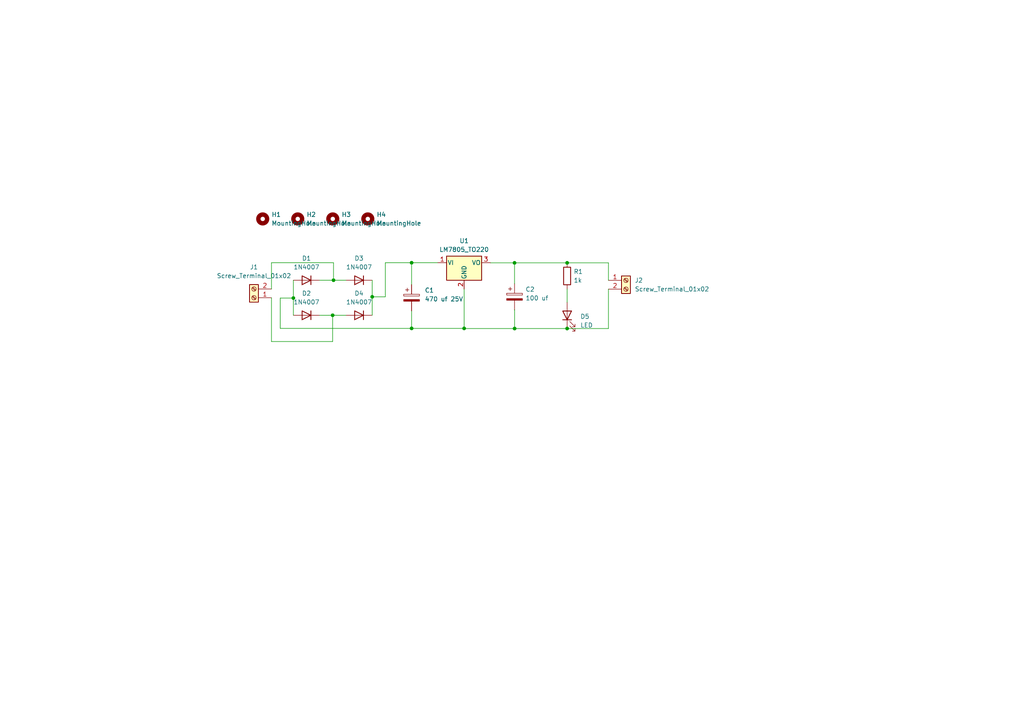
<source format=kicad_sch>
(kicad_sch (version 20230121) (generator eeschema)

  (uuid 68078684-f455-4555-87ae-ee6e10c3b607)

  (paper "A4")

  (lib_symbols
    (symbol "Connector:Screw_Terminal_01x02" (pin_names (offset 1.016) hide) (in_bom yes) (on_board yes)
      (property "Reference" "J" (at 0 2.54 0)
        (effects (font (size 1.27 1.27)))
      )
      (property "Value" "Screw_Terminal_01x02" (at 0 -5.08 0)
        (effects (font (size 1.27 1.27)))
      )
      (property "Footprint" "" (at 0 0 0)
        (effects (font (size 1.27 1.27)) hide)
      )
      (property "Datasheet" "~" (at 0 0 0)
        (effects (font (size 1.27 1.27)) hide)
      )
      (property "ki_keywords" "screw terminal" (at 0 0 0)
        (effects (font (size 1.27 1.27)) hide)
      )
      (property "ki_description" "Generic screw terminal, single row, 01x02, script generated (kicad-library-utils/schlib/autogen/connector/)" (at 0 0 0)
        (effects (font (size 1.27 1.27)) hide)
      )
      (property "ki_fp_filters" "TerminalBlock*:*" (at 0 0 0)
        (effects (font (size 1.27 1.27)) hide)
      )
      (symbol "Screw_Terminal_01x02_1_1"
        (rectangle (start -1.27 1.27) (end 1.27 -3.81)
          (stroke (width 0.254) (type default))
          (fill (type background))
        )
        (circle (center 0 -2.54) (radius 0.635)
          (stroke (width 0.1524) (type default))
          (fill (type none))
        )
        (polyline
          (pts
            (xy -0.5334 -2.2098)
            (xy 0.3302 -3.048)
          )
          (stroke (width 0.1524) (type default))
          (fill (type none))
        )
        (polyline
          (pts
            (xy -0.5334 0.3302)
            (xy 0.3302 -0.508)
          )
          (stroke (width 0.1524) (type default))
          (fill (type none))
        )
        (polyline
          (pts
            (xy -0.3556 -2.032)
            (xy 0.508 -2.8702)
          )
          (stroke (width 0.1524) (type default))
          (fill (type none))
        )
        (polyline
          (pts
            (xy -0.3556 0.508)
            (xy 0.508 -0.3302)
          )
          (stroke (width 0.1524) (type default))
          (fill (type none))
        )
        (circle (center 0 0) (radius 0.635)
          (stroke (width 0.1524) (type default))
          (fill (type none))
        )
        (pin passive line (at -5.08 0 0) (length 3.81)
          (name "Pin_1" (effects (font (size 1.27 1.27))))
          (number "1" (effects (font (size 1.27 1.27))))
        )
        (pin passive line (at -5.08 -2.54 0) (length 3.81)
          (name "Pin_2" (effects (font (size 1.27 1.27))))
          (number "2" (effects (font (size 1.27 1.27))))
        )
      )
    )
    (symbol "Device:C_Polarized" (pin_numbers hide) (pin_names (offset 0.254)) (in_bom yes) (on_board yes)
      (property "Reference" "C" (at 0.635 2.54 0)
        (effects (font (size 1.27 1.27)) (justify left))
      )
      (property "Value" "C_Polarized" (at 0.635 -2.54 0)
        (effects (font (size 1.27 1.27)) (justify left))
      )
      (property "Footprint" "" (at 0.9652 -3.81 0)
        (effects (font (size 1.27 1.27)) hide)
      )
      (property "Datasheet" "~" (at 0 0 0)
        (effects (font (size 1.27 1.27)) hide)
      )
      (property "ki_keywords" "cap capacitor" (at 0 0 0)
        (effects (font (size 1.27 1.27)) hide)
      )
      (property "ki_description" "Polarized capacitor" (at 0 0 0)
        (effects (font (size 1.27 1.27)) hide)
      )
      (property "ki_fp_filters" "CP_*" (at 0 0 0)
        (effects (font (size 1.27 1.27)) hide)
      )
      (symbol "C_Polarized_0_1"
        (rectangle (start -2.286 0.508) (end 2.286 1.016)
          (stroke (width 0) (type default))
          (fill (type none))
        )
        (polyline
          (pts
            (xy -1.778 2.286)
            (xy -0.762 2.286)
          )
          (stroke (width 0) (type default))
          (fill (type none))
        )
        (polyline
          (pts
            (xy -1.27 2.794)
            (xy -1.27 1.778)
          )
          (stroke (width 0) (type default))
          (fill (type none))
        )
        (rectangle (start 2.286 -0.508) (end -2.286 -1.016)
          (stroke (width 0) (type default))
          (fill (type outline))
        )
      )
      (symbol "C_Polarized_1_1"
        (pin passive line (at 0 3.81 270) (length 2.794)
          (name "~" (effects (font (size 1.27 1.27))))
          (number "1" (effects (font (size 1.27 1.27))))
        )
        (pin passive line (at 0 -3.81 90) (length 2.794)
          (name "~" (effects (font (size 1.27 1.27))))
          (number "2" (effects (font (size 1.27 1.27))))
        )
      )
    )
    (symbol "Device:LED" (pin_numbers hide) (pin_names (offset 1.016) hide) (in_bom yes) (on_board yes)
      (property "Reference" "D" (at 0 2.54 0)
        (effects (font (size 1.27 1.27)))
      )
      (property "Value" "LED" (at 0 -2.54 0)
        (effects (font (size 1.27 1.27)))
      )
      (property "Footprint" "" (at 0 0 0)
        (effects (font (size 1.27 1.27)) hide)
      )
      (property "Datasheet" "~" (at 0 0 0)
        (effects (font (size 1.27 1.27)) hide)
      )
      (property "ki_keywords" "LED diode" (at 0 0 0)
        (effects (font (size 1.27 1.27)) hide)
      )
      (property "ki_description" "Light emitting diode" (at 0 0 0)
        (effects (font (size 1.27 1.27)) hide)
      )
      (property "ki_fp_filters" "LED* LED_SMD:* LED_THT:*" (at 0 0 0)
        (effects (font (size 1.27 1.27)) hide)
      )
      (symbol "LED_0_1"
        (polyline
          (pts
            (xy -1.27 -1.27)
            (xy -1.27 1.27)
          )
          (stroke (width 0.254) (type default))
          (fill (type none))
        )
        (polyline
          (pts
            (xy -1.27 0)
            (xy 1.27 0)
          )
          (stroke (width 0) (type default))
          (fill (type none))
        )
        (polyline
          (pts
            (xy 1.27 -1.27)
            (xy 1.27 1.27)
            (xy -1.27 0)
            (xy 1.27 -1.27)
          )
          (stroke (width 0.254) (type default))
          (fill (type none))
        )
        (polyline
          (pts
            (xy -3.048 -0.762)
            (xy -4.572 -2.286)
            (xy -3.81 -2.286)
            (xy -4.572 -2.286)
            (xy -4.572 -1.524)
          )
          (stroke (width 0) (type default))
          (fill (type none))
        )
        (polyline
          (pts
            (xy -1.778 -0.762)
            (xy -3.302 -2.286)
            (xy -2.54 -2.286)
            (xy -3.302 -2.286)
            (xy -3.302 -1.524)
          )
          (stroke (width 0) (type default))
          (fill (type none))
        )
      )
      (symbol "LED_1_1"
        (pin passive line (at -3.81 0 0) (length 2.54)
          (name "K" (effects (font (size 1.27 1.27))))
          (number "1" (effects (font (size 1.27 1.27))))
        )
        (pin passive line (at 3.81 0 180) (length 2.54)
          (name "A" (effects (font (size 1.27 1.27))))
          (number "2" (effects (font (size 1.27 1.27))))
        )
      )
    )
    (symbol "Device:R" (pin_numbers hide) (pin_names (offset 0)) (in_bom yes) (on_board yes)
      (property "Reference" "R" (at 2.032 0 90)
        (effects (font (size 1.27 1.27)))
      )
      (property "Value" "R" (at 0 0 90)
        (effects (font (size 1.27 1.27)))
      )
      (property "Footprint" "" (at -1.778 0 90)
        (effects (font (size 1.27 1.27)) hide)
      )
      (property "Datasheet" "~" (at 0 0 0)
        (effects (font (size 1.27 1.27)) hide)
      )
      (property "ki_keywords" "R res resistor" (at 0 0 0)
        (effects (font (size 1.27 1.27)) hide)
      )
      (property "ki_description" "Resistor" (at 0 0 0)
        (effects (font (size 1.27 1.27)) hide)
      )
      (property "ki_fp_filters" "R_*" (at 0 0 0)
        (effects (font (size 1.27 1.27)) hide)
      )
      (symbol "R_0_1"
        (rectangle (start -1.016 -2.54) (end 1.016 2.54)
          (stroke (width 0.254) (type default))
          (fill (type none))
        )
      )
      (symbol "R_1_1"
        (pin passive line (at 0 3.81 270) (length 1.27)
          (name "~" (effects (font (size 1.27 1.27))))
          (number "1" (effects (font (size 1.27 1.27))))
        )
        (pin passive line (at 0 -3.81 90) (length 1.27)
          (name "~" (effects (font (size 1.27 1.27))))
          (number "2" (effects (font (size 1.27 1.27))))
        )
      )
    )
    (symbol "Diode:1N4007" (pin_numbers hide) (pin_names hide) (in_bom yes) (on_board yes)
      (property "Reference" "D" (at 0 2.54 0)
        (effects (font (size 1.27 1.27)))
      )
      (property "Value" "1N4007" (at 0 -2.54 0)
        (effects (font (size 1.27 1.27)))
      )
      (property "Footprint" "Diode_THT:D_DO-41_SOD81_P10.16mm_Horizontal" (at 0 -4.445 0)
        (effects (font (size 1.27 1.27)) hide)
      )
      (property "Datasheet" "http://www.vishay.com/docs/88503/1n4001.pdf" (at 0 0 0)
        (effects (font (size 1.27 1.27)) hide)
      )
      (property "Sim.Device" "D" (at 0 0 0)
        (effects (font (size 1.27 1.27)) hide)
      )
      (property "Sim.Pins" "1=K 2=A" (at 0 0 0)
        (effects (font (size 1.27 1.27)) hide)
      )
      (property "ki_keywords" "diode" (at 0 0 0)
        (effects (font (size 1.27 1.27)) hide)
      )
      (property "ki_description" "1000V 1A General Purpose Rectifier Diode, DO-41" (at 0 0 0)
        (effects (font (size 1.27 1.27)) hide)
      )
      (property "ki_fp_filters" "D*DO?41*" (at 0 0 0)
        (effects (font (size 1.27 1.27)) hide)
      )
      (symbol "1N4007_0_1"
        (polyline
          (pts
            (xy -1.27 1.27)
            (xy -1.27 -1.27)
          )
          (stroke (width 0.254) (type default))
          (fill (type none))
        )
        (polyline
          (pts
            (xy 1.27 0)
            (xy -1.27 0)
          )
          (stroke (width 0) (type default))
          (fill (type none))
        )
        (polyline
          (pts
            (xy 1.27 1.27)
            (xy 1.27 -1.27)
            (xy -1.27 0)
            (xy 1.27 1.27)
          )
          (stroke (width 0.254) (type default))
          (fill (type none))
        )
      )
      (symbol "1N4007_1_1"
        (pin passive line (at -3.81 0 0) (length 2.54)
          (name "K" (effects (font (size 1.27 1.27))))
          (number "1" (effects (font (size 1.27 1.27))))
        )
        (pin passive line (at 3.81 0 180) (length 2.54)
          (name "A" (effects (font (size 1.27 1.27))))
          (number "2" (effects (font (size 1.27 1.27))))
        )
      )
    )
    (symbol "Mechanical:MountingHole" (pin_names (offset 1.016)) (in_bom yes) (on_board yes)
      (property "Reference" "H" (at 0 5.08 0)
        (effects (font (size 1.27 1.27)))
      )
      (property "Value" "MountingHole" (at 0 3.175 0)
        (effects (font (size 1.27 1.27)))
      )
      (property "Footprint" "" (at 0 0 0)
        (effects (font (size 1.27 1.27)) hide)
      )
      (property "Datasheet" "~" (at 0 0 0)
        (effects (font (size 1.27 1.27)) hide)
      )
      (property "ki_keywords" "mounting hole" (at 0 0 0)
        (effects (font (size 1.27 1.27)) hide)
      )
      (property "ki_description" "Mounting Hole without connection" (at 0 0 0)
        (effects (font (size 1.27 1.27)) hide)
      )
      (property "ki_fp_filters" "MountingHole*" (at 0 0 0)
        (effects (font (size 1.27 1.27)) hide)
      )
      (symbol "MountingHole_0_1"
        (circle (center 0 0) (radius 1.27)
          (stroke (width 1.27) (type default))
          (fill (type none))
        )
      )
    )
    (symbol "Regulator_Linear:LM7805_TO220" (pin_names (offset 0.254)) (in_bom yes) (on_board yes)
      (property "Reference" "U" (at -3.81 3.175 0)
        (effects (font (size 1.27 1.27)))
      )
      (property "Value" "LM7805_TO220" (at 0 3.175 0)
        (effects (font (size 1.27 1.27)) (justify left))
      )
      (property "Footprint" "Package_TO_SOT_THT:TO-220-3_Vertical" (at 0 5.715 0)
        (effects (font (size 1.27 1.27) italic) hide)
      )
      (property "Datasheet" "https://www.onsemi.cn/PowerSolutions/document/MC7800-D.PDF" (at 0 -1.27 0)
        (effects (font (size 1.27 1.27)) hide)
      )
      (property "ki_keywords" "Voltage Regulator 1A Positive" (at 0 0 0)
        (effects (font (size 1.27 1.27)) hide)
      )
      (property "ki_description" "Positive 1A 35V Linear Regulator, Fixed Output 5V, TO-220" (at 0 0 0)
        (effects (font (size 1.27 1.27)) hide)
      )
      (property "ki_fp_filters" "TO?220*" (at 0 0 0)
        (effects (font (size 1.27 1.27)) hide)
      )
      (symbol "LM7805_TO220_0_1"
        (rectangle (start -5.08 1.905) (end 5.08 -5.08)
          (stroke (width 0.254) (type default))
          (fill (type background))
        )
      )
      (symbol "LM7805_TO220_1_1"
        (pin power_in line (at -7.62 0 0) (length 2.54)
          (name "VI" (effects (font (size 1.27 1.27))))
          (number "1" (effects (font (size 1.27 1.27))))
        )
        (pin power_in line (at 0 -7.62 90) (length 2.54)
          (name "GND" (effects (font (size 1.27 1.27))))
          (number "2" (effects (font (size 1.27 1.27))))
        )
        (pin power_out line (at 7.62 0 180) (length 2.54)
          (name "VO" (effects (font (size 1.27 1.27))))
          (number "3" (effects (font (size 1.27 1.27))))
        )
      )
    )
  )

  (junction (at 149.2513 95.2871) (diameter 0) (color 0 0 0 0)
    (uuid 16667eac-fe3b-4892-b9f9-26a653dbc262)
  )
  (junction (at 85.09 86.453) (diameter 0) (color 0 0 0 0)
    (uuid 259eb8ba-04b0-4267-84ca-770f89fbcb09)
  )
  (junction (at 107.95 86.0901) (diameter 0) (color 0 0 0 0)
    (uuid 28a7d78e-be20-494f-b75a-d904cab6d9ca)
  )
  (junction (at 134.62 95.25) (diameter 0) (color 0 0 0 0)
    (uuid 2bbc5b45-1571-4dc1-a0ec-9bf11049c11c)
  )
  (junction (at 96.7332 81.28) (diameter 0) (color 0 0 0 0)
    (uuid 54bc37e7-678c-41fa-be97-52428a896584)
  )
  (junction (at 119.38 76.2) (diameter 0) (color 0 0 0 0)
    (uuid 68cd141c-0743-466e-8629-8916ba7d6986)
  )
  (junction (at 149.2365 76.2371) (diameter 0) (color 0 0 0 0)
    (uuid 8a90c699-3063-4c5a-a2e2-b1f962e45b61)
  )
  (junction (at 164.4913 76.2371) (diameter 0) (color 0 0 0 0)
    (uuid 97c6a754-0d54-4bb5-91e1-65c8a861da95)
  )
  (junction (at 164.4913 95.2871) (diameter 0) (color 0 0 0 0)
    (uuid aded83bb-1d78-407a-bae7-a91c95114376)
  )
  (junction (at 96.479 91.44) (diameter 0) (color 0 0 0 0)
    (uuid d0c4e385-4a01-4a1c-aef0-dfa9c0cfb9a4)
  )
  (junction (at 119.38 95.25) (diameter 0) (color 0 0 0 0)
    (uuid d258af17-f352-4cf5-9cb5-7d59d94304ee)
  )

  (wire (pts (xy 92.71 91.44) (xy 96.479 91.44))
    (stroke (width 0) (type default))
    (uuid 00d5bf29-3234-47a2-99d3-82a3c48b2a1e)
  )
  (wire (pts (xy 96.479 99.06) (xy 96.479 91.44))
    (stroke (width 0) (type default))
    (uuid 08303a17-2bfe-4634-9a77-3d7da703abb1)
  )
  (wire (pts (xy 81.28 95.25) (xy 119.38 95.25))
    (stroke (width 0) (type default))
    (uuid 2131acef-0b5a-4020-92f2-37d7888de3c1)
  )
  (wire (pts (xy 176.4748 81.3171) (xy 176.4748 76.2371))
    (stroke (width 0) (type default))
    (uuid 291d7f57-2881-4290-95c4-bc40f5c63164)
  )
  (wire (pts (xy 149.2513 95.2871) (xy 164.4913 95.2871))
    (stroke (width 0) (type default))
    (uuid 2b3bdc82-88e9-4e94-908c-fea4e920e42c)
  )
  (wire (pts (xy 78.74 76.2) (xy 96.7332 76.2))
    (stroke (width 0) (type default))
    (uuid 2b797b2d-c750-46ef-9851-aee7f7076973)
  )
  (wire (pts (xy 134.62 83.82) (xy 134.62 95.25))
    (stroke (width 0) (type default))
    (uuid 2ed0333b-844a-4c6d-a24e-2b3bf8f067f7)
  )
  (wire (pts (xy 85.09 81.28) (xy 85.09 86.453))
    (stroke (width 0) (type default))
    (uuid 30e25e27-123b-4f9a-a991-d742a970fa5f)
  )
  (wire (pts (xy 81.28 95.25) (xy 81.28 86.453))
    (stroke (width 0) (type default))
    (uuid 37dc72c2-676a-4f63-887c-efc51ef54cae)
  )
  (wire (pts (xy 78.74 86.36) (xy 78.74 99.06))
    (stroke (width 0) (type default))
    (uuid 3b5c09cc-a6e5-473e-945b-3c90f8957733)
  )
  (wire (pts (xy 142.24 76.2371) (xy 142.24 76.2))
    (stroke (width 0) (type default))
    (uuid 3dfbb020-4483-4d1b-bc6c-cd8164473b8d)
  )
  (wire (pts (xy 119.38 76.2) (xy 119.38 82.55))
    (stroke (width 0) (type default))
    (uuid 4a9205a4-30d2-4831-b098-3098e6a752e8)
  )
  (wire (pts (xy 119.38 76.2) (xy 111.76 76.2))
    (stroke (width 0) (type default))
    (uuid 4ad57f87-5891-4add-ba33-de11cc7f606a)
  )
  (wire (pts (xy 111.76 76.2) (xy 111.76 86.0901))
    (stroke (width 0) (type default))
    (uuid 4d706ea4-8cca-456c-b750-135d3584c9ef)
  )
  (wire (pts (xy 142.24 76.2371) (xy 149.2365 76.2371))
    (stroke (width 0) (type default))
    (uuid 5e9e183f-b37a-4dd6-9cee-2358293487e6)
  )
  (wire (pts (xy 134.62 95.25) (xy 134.62 95.2871))
    (stroke (width 0) (type default))
    (uuid 67d749d2-2cf2-454f-99aa-4dbb94800072)
  )
  (wire (pts (xy 107.95 81.28) (xy 107.95 86.0901))
    (stroke (width 0) (type default))
    (uuid 69cb807e-0549-4c91-abb4-cb00d3f50bc6)
  )
  (wire (pts (xy 164.4913 95.2871) (xy 176.4748 95.2871))
    (stroke (width 0) (type default))
    (uuid 70f54c58-09b8-4e72-b9d8-839f4b02ad49)
  )
  (wire (pts (xy 164.4913 83.8571) (xy 164.4913 87.6671))
    (stroke (width 0) (type default))
    (uuid 74943890-7329-44f0-9f53-07c8dfebb400)
  )
  (wire (pts (xy 119.38 95.25) (xy 119.38 90.17))
    (stroke (width 0) (type default))
    (uuid 7c7001bf-3dfc-4adb-86cf-c2fc9c36400f)
  )
  (wire (pts (xy 96.7332 81.28) (xy 100.33 81.28))
    (stroke (width 0) (type default))
    (uuid 8dc90508-12cd-4bbb-8bb9-f195fcbc39b5)
  )
  (wire (pts (xy 149.2513 95.2871) (xy 149.2513 89.8955))
    (stroke (width 0) (type default))
    (uuid 8e5fe52e-f94e-4349-a386-39a9bb192721)
  )
  (wire (pts (xy 92.71 81.28) (xy 96.7332 81.28))
    (stroke (width 0) (type default))
    (uuid 8fadf2f0-caa3-4faa-b48d-77c7a53eae07)
  )
  (wire (pts (xy 149.2365 76.2371) (xy 164.4913 76.2371))
    (stroke (width 0) (type default))
    (uuid 94dacece-a4e2-4388-bb87-d54a49d1141d)
  )
  (wire (pts (xy 119.38 76.2) (xy 127 76.2))
    (stroke (width 0) (type default))
    (uuid a62d74c7-ac71-4a42-b855-5ed8fbb57b15)
  )
  (wire (pts (xy 176.4748 83.8571) (xy 176.4748 95.2871))
    (stroke (width 0) (type default))
    (uuid aa15d0ec-e344-4ac4-b9ed-e77c20938d59)
  )
  (wire (pts (xy 78.74 83.82) (xy 78.74 76.2))
    (stroke (width 0) (type default))
    (uuid afe90801-bc14-4cf6-bb7d-8c0a0f1b79cf)
  )
  (wire (pts (xy 96.7332 76.2) (xy 96.7332 81.28))
    (stroke (width 0) (type default))
    (uuid c2df5159-bfcb-40be-ae52-8d518aab0559)
  )
  (wire (pts (xy 107.95 86.0901) (xy 107.95 91.44))
    (stroke (width 0) (type default))
    (uuid c8480f81-4f89-4180-b5eb-2436ec3f92a4)
  )
  (wire (pts (xy 149.2365 82.2755) (xy 149.2365 76.2371))
    (stroke (width 0) (type default))
    (uuid d2cc51a9-6593-4b93-990b-b1cbf6d5f2da)
  )
  (wire (pts (xy 111.76 86.0901) (xy 107.95 86.0901))
    (stroke (width 0) (type default))
    (uuid db046c1d-7539-4211-a601-2500d6beec0f)
  )
  (wire (pts (xy 119.38 95.25) (xy 134.62 95.25))
    (stroke (width 0) (type default))
    (uuid df1dfff3-8bb9-44d3-af63-16cf5adb95aa)
  )
  (wire (pts (xy 81.28 86.453) (xy 85.09 86.453))
    (stroke (width 0) (type default))
    (uuid e5b37b54-a6d3-4ac8-a14f-411086452a68)
  )
  (wire (pts (xy 96.479 91.44) (xy 100.33 91.44))
    (stroke (width 0) (type default))
    (uuid e5fc976e-0a9b-47d3-b803-d0d0c9698877)
  )
  (wire (pts (xy 134.62 95.2871) (xy 149.2513 95.2871))
    (stroke (width 0) (type default))
    (uuid e6e2c00a-b633-4dbc-be3a-27d21bd5951a)
  )
  (wire (pts (xy 78.74 99.06) (xy 96.479 99.06))
    (stroke (width 0) (type default))
    (uuid e8662556-e718-4341-be4d-d4f18b873b36)
  )
  (wire (pts (xy 149.2513 89.8955) (xy 149.2365 89.8955))
    (stroke (width 0) (type default))
    (uuid edcac6a0-6c39-44d8-a480-6d5d02a7796b)
  )
  (wire (pts (xy 164.4913 76.2371) (xy 176.4748 76.2371))
    (stroke (width 0) (type default))
    (uuid f572d3fc-d9ea-4092-be2b-91d2479040a8)
  )
  (wire (pts (xy 85.09 86.453) (xy 85.09 91.44))
    (stroke (width 0) (type default))
    (uuid f65bad79-2099-4757-8142-218280e7855c)
  )

  (symbol (lib_id "Connector:Screw_Terminal_01x02") (at 181.5548 81.3171 0) (unit 1)
    (in_bom yes) (on_board yes) (dnp no) (fields_autoplaced)
    (uuid 1bf95d97-a975-49fc-96e5-720a699867fa)
    (property "Reference" "J2" (at 184.0948 81.3171 0)
      (effects (font (size 1.27 1.27)) (justify left))
    )
    (property "Value" "Screw_Terminal_01x02" (at 184.0948 83.8571 0)
      (effects (font (size 1.27 1.27)) (justify left))
    )
    (property "Footprint" "TerminalBlock:TerminalBlock_bornier-2_P5.08mm" (at 181.5548 81.3171 0)
      (effects (font (size 1.27 1.27)) hide)
    )
    (property "Datasheet" "~" (at 181.5548 81.3171 0)
      (effects (font (size 1.27 1.27)) hide)
    )
    (pin "2" (uuid 3a8bb066-2a20-4dbe-bbe2-35191f38a062))
    (pin "1" (uuid 09d00248-03dd-46cd-b86a-f5f0572ee457))
    (instances
      (project "5v P.S.M."
        (path "/68078684-f455-4555-87ae-ee6e10c3b607"
          (reference "J2") (unit 1)
        )
      )
    )
  )

  (symbol (lib_id "Mechanical:MountingHole") (at 96.52 63.5 0) (unit 1)
    (in_bom yes) (on_board yes) (dnp no) (fields_autoplaced)
    (uuid 2a2cfa14-acbb-4f13-b26c-277c9b33c035)
    (property "Reference" "H3" (at 99.06 62.23 0)
      (effects (font (size 1.27 1.27)) (justify left))
    )
    (property "Value" "MountingHole" (at 99.06 64.77 0)
      (effects (font (size 1.27 1.27)) (justify left))
    )
    (property "Footprint" "MountingHole:MountingHole_2.7mm_M2.5_Pad_TopOnly" (at 96.52 63.5 0)
      (effects (font (size 1.27 1.27)) hide)
    )
    (property "Datasheet" "~" (at 96.52 63.5 0)
      (effects (font (size 1.27 1.27)) hide)
    )
    (instances
      (project "5v P.S.M."
        (path "/68078684-f455-4555-87ae-ee6e10c3b607"
          (reference "H3") (unit 1)
        )
      )
    )
  )

  (symbol (lib_id "Diode:1N4007") (at 88.9 91.44 180) (unit 1)
    (in_bom yes) (on_board yes) (dnp no) (fields_autoplaced)
    (uuid 40152128-eb79-4a9b-88a2-a3fee720a644)
    (property "Reference" "D2" (at 88.9 85.09 0)
      (effects (font (size 1.27 1.27)))
    )
    (property "Value" "1N4007" (at 88.9 87.63 0)
      (effects (font (size 1.27 1.27)))
    )
    (property "Footprint" "Diode_THT:D_DO-41_SOD81_P10.16mm_Horizontal" (at 88.9 86.995 0)
      (effects (font (size 1.27 1.27)) hide)
    )
    (property "Datasheet" "http://www.vishay.com/docs/88503/1n4001.pdf" (at 88.9 91.44 0)
      (effects (font (size 1.27 1.27)) hide)
    )
    (property "Sim.Device" "D" (at 88.9 91.44 0)
      (effects (font (size 1.27 1.27)) hide)
    )
    (property "Sim.Pins" "1=K 2=A" (at 88.9 91.44 0)
      (effects (font (size 1.27 1.27)) hide)
    )
    (pin "2" (uuid 7860d020-ed55-4b82-bd29-23616a13334c))
    (pin "1" (uuid c9b0e26d-d365-4088-b361-df8c8f8ac25e))
    (instances
      (project "5v P.S.M."
        (path "/68078684-f455-4555-87ae-ee6e10c3b607"
          (reference "D2") (unit 1)
        )
      )
    )
  )

  (symbol (lib_id "Device:C_Polarized") (at 149.2365 86.0855 0) (unit 1)
    (in_bom yes) (on_board yes) (dnp no) (fields_autoplaced)
    (uuid 42512d3e-ca30-42cf-b0d7-c553990c0ac2)
    (property "Reference" "C2" (at 152.4 83.9265 0)
      (effects (font (size 1.27 1.27)) (justify left))
    )
    (property "Value" "100 uf" (at 152.4 86.4665 0)
      (effects (font (size 1.27 1.27)) (justify left))
    )
    (property "Footprint" "Capacitor_THT:CP_Radial_D5.0mm_P2.50mm" (at 150.2017 89.8955 0)
      (effects (font (size 1.27 1.27)) hide)
    )
    (property "Datasheet" "~" (at 149.2365 86.0855 0)
      (effects (font (size 1.27 1.27)) hide)
    )
    (pin "2" (uuid db68e283-0bc6-4e3f-abb6-72e9ab4b2f61))
    (pin "1" (uuid cc51fb35-1d46-45ea-a1d4-889936a97499))
    (instances
      (project "5v P.S.M."
        (path "/68078684-f455-4555-87ae-ee6e10c3b607"
          (reference "C2") (unit 1)
        )
      )
    )
  )

  (symbol (lib_id "Diode:1N4007") (at 88.9 81.28 180) (unit 1)
    (in_bom yes) (on_board yes) (dnp no) (fields_autoplaced)
    (uuid 478d9065-4510-481c-ba69-080be3788491)
    (property "Reference" "D1" (at 88.9 74.93 0)
      (effects (font (size 1.27 1.27)))
    )
    (property "Value" "1N4007" (at 88.9 77.47 0)
      (effects (font (size 1.27 1.27)))
    )
    (property "Footprint" "Diode_THT:D_DO-41_SOD81_P10.16mm_Horizontal" (at 88.9 76.835 0)
      (effects (font (size 1.27 1.27)) hide)
    )
    (property "Datasheet" "http://www.vishay.com/docs/88503/1n4001.pdf" (at 88.9 81.28 0)
      (effects (font (size 1.27 1.27)) hide)
    )
    (property "Sim.Device" "D" (at 88.9 81.28 0)
      (effects (font (size 1.27 1.27)) hide)
    )
    (property "Sim.Pins" "1=K 2=A" (at 88.9 81.28 0)
      (effects (font (size 1.27 1.27)) hide)
    )
    (pin "2" (uuid c8bbdf34-a98a-4fd5-add6-2dce92217cf7))
    (pin "1" (uuid e364f039-4c26-4674-b30e-b9bb8f3518d9))
    (instances
      (project "5v P.S.M."
        (path "/68078684-f455-4555-87ae-ee6e10c3b607"
          (reference "D1") (unit 1)
        )
      )
    )
  )

  (symbol (lib_id "Device:C_Polarized") (at 119.38 86.36 0) (unit 1)
    (in_bom yes) (on_board yes) (dnp no) (fields_autoplaced)
    (uuid 53236115-c44e-4bfa-9fbe-c5a15287b798)
    (property "Reference" "C1" (at 123.19 84.201 0)
      (effects (font (size 1.27 1.27)) (justify left))
    )
    (property "Value" "470 uf 25V" (at 123.19 86.741 0)
      (effects (font (size 1.27 1.27)) (justify left))
    )
    (property "Footprint" "Capacitor_THT:CP_Radial_D8.0mm_P3.50mm" (at 120.3452 90.17 0)
      (effects (font (size 1.27 1.27)) hide)
    )
    (property "Datasheet" "~" (at 119.38 86.36 0)
      (effects (font (size 1.27 1.27)) hide)
    )
    (pin "2" (uuid ed427a3b-0ef0-4a71-b8d4-5343c0e9e964))
    (pin "1" (uuid 048e5af6-9a69-4e83-99c9-e6253479a221))
    (instances
      (project "5v P.S.M."
        (path "/68078684-f455-4555-87ae-ee6e10c3b607"
          (reference "C1") (unit 1)
        )
      )
    )
  )

  (symbol (lib_id "Mechanical:MountingHole") (at 76.2 63.5 0) (unit 1)
    (in_bom yes) (on_board yes) (dnp no) (fields_autoplaced)
    (uuid 59ff18ff-ef78-47e0-b808-9ac3376f608c)
    (property "Reference" "H1" (at 78.74 62.23 0)
      (effects (font (size 1.27 1.27)) (justify left))
    )
    (property "Value" "MountingHole" (at 78.74 64.77 0)
      (effects (font (size 1.27 1.27)) (justify left))
    )
    (property "Footprint" "MountingHole:MountingHole_2.7mm_M2.5_Pad_TopOnly" (at 76.2 63.5 0)
      (effects (font (size 1.27 1.27)) hide)
    )
    (property "Datasheet" "~" (at 76.2 63.5 0)
      (effects (font (size 1.27 1.27)) hide)
    )
    (instances
      (project "5v P.S.M."
        (path "/68078684-f455-4555-87ae-ee6e10c3b607"
          (reference "H1") (unit 1)
        )
      )
    )
  )

  (symbol (lib_id "Diode:1N4007") (at 104.14 91.44 180) (unit 1)
    (in_bom yes) (on_board yes) (dnp no) (fields_autoplaced)
    (uuid 6c6cb82f-961d-4217-a709-7386d644dcc0)
    (property "Reference" "D4" (at 104.14 85.09 0)
      (effects (font (size 1.27 1.27)))
    )
    (property "Value" "1N4007" (at 104.14 87.63 0)
      (effects (font (size 1.27 1.27)))
    )
    (property "Footprint" "Diode_THT:D_DO-41_SOD81_P10.16mm_Horizontal" (at 104.14 86.995 0)
      (effects (font (size 1.27 1.27)) hide)
    )
    (property "Datasheet" "http://www.vishay.com/docs/88503/1n4001.pdf" (at 104.14 91.44 0)
      (effects (font (size 1.27 1.27)) hide)
    )
    (property "Sim.Device" "D" (at 104.14 91.44 0)
      (effects (font (size 1.27 1.27)) hide)
    )
    (property "Sim.Pins" "1=K 2=A" (at 104.14 91.44 0)
      (effects (font (size 1.27 1.27)) hide)
    )
    (pin "2" (uuid 78c9648f-7884-4862-b37c-80ce936fd60a))
    (pin "1" (uuid 135f8846-6158-4eec-8707-7e6a5de30d4c))
    (instances
      (project "5v P.S.M."
        (path "/68078684-f455-4555-87ae-ee6e10c3b607"
          (reference "D4") (unit 1)
        )
      )
    )
  )

  (symbol (lib_id "Device:R") (at 164.4913 80.0471 0) (unit 1)
    (in_bom yes) (on_board yes) (dnp no) (fields_autoplaced)
    (uuid 6e381061-1650-49bc-8e5f-0450e270f27f)
    (property "Reference" "R1" (at 166.37 78.7771 0)
      (effects (font (size 1.27 1.27)) (justify left))
    )
    (property "Value" "1k" (at 166.37 81.3171 0)
      (effects (font (size 1.27 1.27)) (justify left))
    )
    (property "Footprint" "Resistor_THT:R_Axial_DIN0204_L3.6mm_D1.6mm_P7.62mm_Horizontal" (at 162.7133 80.0471 90)
      (effects (font (size 1.27 1.27)) hide)
    )
    (property "Datasheet" "~" (at 164.4913 80.0471 0)
      (effects (font (size 1.27 1.27)) hide)
    )
    (pin "1" (uuid 76353d9e-7f71-4660-91a7-96a96b01daea))
    (pin "2" (uuid 9f149dbb-73d3-4739-b456-17dcafd60c45))
    (instances
      (project "5v P.S.M."
        (path "/68078684-f455-4555-87ae-ee6e10c3b607"
          (reference "R1") (unit 1)
        )
      )
    )
  )

  (symbol (lib_id "Diode:1N4007") (at 104.14 81.28 180) (unit 1)
    (in_bom yes) (on_board yes) (dnp no) (fields_autoplaced)
    (uuid 6eb0951c-7d50-4cad-aad9-6df46dc73923)
    (property "Reference" "D3" (at 104.14 74.93 0)
      (effects (font (size 1.27 1.27)))
    )
    (property "Value" "1N4007" (at 104.14 77.47 0)
      (effects (font (size 1.27 1.27)))
    )
    (property "Footprint" "Diode_THT:D_DO-41_SOD81_P10.16mm_Horizontal" (at 104.14 76.835 0)
      (effects (font (size 1.27 1.27)) hide)
    )
    (property "Datasheet" "http://www.vishay.com/docs/88503/1n4001.pdf" (at 104.14 81.28 0)
      (effects (font (size 1.27 1.27)) hide)
    )
    (property "Sim.Device" "D" (at 104.14 81.28 0)
      (effects (font (size 1.27 1.27)) hide)
    )
    (property "Sim.Pins" "1=K 2=A" (at 104.14 81.28 0)
      (effects (font (size 1.27 1.27)) hide)
    )
    (pin "2" (uuid 4c43e24c-3fff-41a9-b0db-999a27ff953f))
    (pin "1" (uuid 17692273-af37-4158-acce-961a70734f95))
    (instances
      (project "5v P.S.M."
        (path "/68078684-f455-4555-87ae-ee6e10c3b607"
          (reference "D3") (unit 1)
        )
      )
    )
  )

  (symbol (lib_id "Mechanical:MountingHole") (at 86.36 63.5 0) (unit 1)
    (in_bom yes) (on_board yes) (dnp no) (fields_autoplaced)
    (uuid 743a5995-5e5c-4f31-808a-a71e064a6ee6)
    (property "Reference" "H2" (at 88.9 62.23 0)
      (effects (font (size 1.27 1.27)) (justify left))
    )
    (property "Value" "MountingHole" (at 88.9 64.77 0)
      (effects (font (size 1.27 1.27)) (justify left))
    )
    (property "Footprint" "MountingHole:MountingHole_2.7mm_M2.5_Pad_TopOnly" (at 86.36 63.5 0)
      (effects (font (size 1.27 1.27)) hide)
    )
    (property "Datasheet" "~" (at 86.36 63.5 0)
      (effects (font (size 1.27 1.27)) hide)
    )
    (instances
      (project "5v P.S.M."
        (path "/68078684-f455-4555-87ae-ee6e10c3b607"
          (reference "H2") (unit 1)
        )
      )
    )
  )

  (symbol (lib_id "Regulator_Linear:LM7805_TO220") (at 134.62 76.2 0) (unit 1)
    (in_bom yes) (on_board yes) (dnp no)
    (uuid 7999c8d3-db7c-4eb6-ba0c-071131337aa6)
    (property "Reference" "U1" (at 134.62 69.85 0)
      (effects (font (size 1.27 1.27)))
    )
    (property "Value" "LM7805_TO220" (at 134.62 72.39 0)
      (effects (font (size 1.27 1.27)))
    )
    (property "Footprint" "Package_TO_SOT_THT:TO-220-3_Vertical" (at 134.62 70.485 0)
      (effects (font (size 1.27 1.27) italic) hide)
    )
    (property "Datasheet" "https://www.onsemi.cn/PowerSolutions/document/MC7800-D.PDF" (at 134.62 77.47 0)
      (effects (font (size 1.27 1.27)) hide)
    )
    (pin "3" (uuid d0f75eb2-4cf7-4a95-88f8-e60e0c7020ad))
    (pin "2" (uuid 1fbca0c9-6724-4b27-8f0c-01c89da91bf2))
    (pin "1" (uuid bcf8e9ef-7289-461d-93ff-656db7ff2562))
    (instances
      (project "5v P.S.M."
        (path "/68078684-f455-4555-87ae-ee6e10c3b607"
          (reference "U1") (unit 1)
        )
      )
    )
  )

  (symbol (lib_id "Device:LED") (at 164.4913 91.4771 90) (unit 1)
    (in_bom yes) (on_board yes) (dnp no) (fields_autoplaced)
    (uuid c89b0367-c1e4-4127-a50a-0ece150e3c7d)
    (property "Reference" "D5" (at 168.3013 91.7946 90)
      (effects (font (size 1.27 1.27)) (justify right))
    )
    (property "Value" "LED" (at 168.3013 94.3346 90)
      (effects (font (size 1.27 1.27)) (justify right))
    )
    (property "Footprint" "LED_THT:LED_D5.0mm" (at 164.4913 91.4771 0)
      (effects (font (size 1.27 1.27)) hide)
    )
    (property "Datasheet" "~" (at 164.4913 91.4771 0)
      (effects (font (size 1.27 1.27)) hide)
    )
    (pin "1" (uuid 342dde4f-4177-4bc6-b604-5a8dabf3c4d4))
    (pin "2" (uuid b452d93e-eb9b-4718-a5aa-7315539b9d4d))
    (instances
      (project "5v P.S.M."
        (path "/68078684-f455-4555-87ae-ee6e10c3b607"
          (reference "D5") (unit 1)
        )
      )
    )
  )

  (symbol (lib_id "Mechanical:MountingHole") (at 106.68 63.5 0) (unit 1)
    (in_bom yes) (on_board yes) (dnp no) (fields_autoplaced)
    (uuid e09880ab-b046-4031-8209-945e2a0f61d8)
    (property "Reference" "H4" (at 109.22 62.23 0)
      (effects (font (size 1.27 1.27)) (justify left))
    )
    (property "Value" "MountingHole" (at 109.22 64.77 0)
      (effects (font (size 1.27 1.27)) (justify left))
    )
    (property "Footprint" "MountingHole:MountingHole_2.7mm_M2.5_Pad_TopOnly" (at 106.68 63.5 0)
      (effects (font (size 1.27 1.27)) hide)
    )
    (property "Datasheet" "~" (at 106.68 63.5 0)
      (effects (font (size 1.27 1.27)) hide)
    )
    (instances
      (project "5v P.S.M."
        (path "/68078684-f455-4555-87ae-ee6e10c3b607"
          (reference "H4") (unit 1)
        )
      )
    )
  )

  (symbol (lib_id "Connector:Screw_Terminal_01x02") (at 73.66 86.36 180) (unit 1)
    (in_bom yes) (on_board yes) (dnp no) (fields_autoplaced)
    (uuid e246c9eb-1877-484a-960e-78d058877586)
    (property "Reference" "J1" (at 73.66 77.47 0)
      (effects (font (size 1.27 1.27)))
    )
    (property "Value" "Screw_Terminal_01x02" (at 73.66 80.01 0)
      (effects (font (size 1.27 1.27)))
    )
    (property "Footprint" "TerminalBlock:TerminalBlock_bornier-2_P5.08mm" (at 73.66 86.36 0)
      (effects (font (size 1.27 1.27)) hide)
    )
    (property "Datasheet" "~" (at 73.66 86.36 0)
      (effects (font (size 1.27 1.27)) hide)
    )
    (pin "2" (uuid 2caff2f0-9e72-46f7-a293-1cab5d54f7ef))
    (pin "1" (uuid 79ddb21a-d14b-4866-b73a-a95b815f7c34))
    (instances
      (project "5v P.S.M."
        (path "/68078684-f455-4555-87ae-ee6e10c3b607"
          (reference "J1") (unit 1)
        )
      )
    )
  )

  (sheet_instances
    (path "/" (page "1"))
  )
)

</source>
